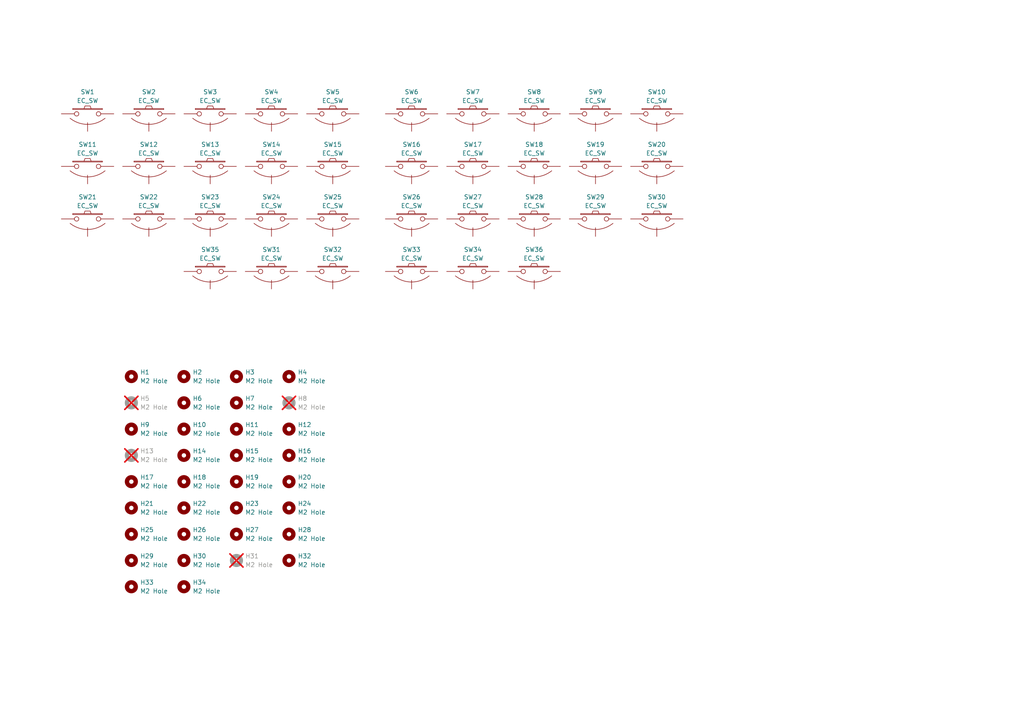
<source format=kicad_sch>
(kicad_sch (version 20230121) (generator eeschema)
  (paper "A4")
  (title_block (title "Le Capybara") (date "2023-07-08") (rev "0.2") (company "sporkus"))
  (lib_symbols
    (symbol "Mechanical:MountingHole" (pin_names (offset 1.016))
      (property "Reference" "H" (at 0 5.08 0))
      (property "Value" "MountingHole" (at 0 3.175 0))
      (symbol "MountingHole_0_1"
        (circle (center 0 0) (radius 1.27) (stroke (width 1.27)))
      )
    )
    (symbol "cipulot_parts:EC_SW" (pin_numbers hide) (pin_names (offset 1.016) hide)
      (property "Reference" "SW" (at 3.81 2.794 0))
      (property "Value" "EC_SW" (at -3.81 3.81 0))
      (symbol "EC_SW_0_1"
        (arc (start -5.08 -1.27) (mid 0 -3.052) (end 5.08 -1.27))
        (rectangle (start -4.318 1.27) (end 4.318 1.524))
        (polyline (pts (xy -1.016 1.524) (xy -0.762 2.286) (xy 0.762 2.286) (xy 1.016 1.524)))
        (pin passive inverted (at -7.62 0 0) (length 5.08) (name "1") (number "1"))
        (pin passive inverted (at 7.62 0 180) (length 5.08) (name "2") (number "2"))
      )
      (symbol "EC_SW_1_1"
        (pin input line (at 0 -5.08 90) (length 2.54) (name "SG") (number "3"))
      )
    )
  )
  (symbol (lib_id "Mechanical:MountingHole") (at 53.34 154.94 0) (unit 1)
    (property "Reference" "H26" (at 55.88 153.67 0) (effects (justify left)))
    (property "Value" "M2 Hole" (at 55.88 156.21 0) (effects (justify left)))
    (property "Footprint" "capacitive_sensors:MountingHole_2.2mm_M2" (effects hide))
  )
  (symbol (lib_id "Mechanical:MountingHole") (at 83.82 154.94 0) (unit 1)
    (property "Reference" "H28" (at 86.36 153.67 0) (effects (justify left)))
    (property "Value" "M2 Hole" (at 86.36 156.21 0) (effects (justify left)))
    (property "Footprint" "capacitive_sensors:MountingHole_2.2mm_M2" (effects hide))
  )
  (symbol (lib_id "Mechanical:MountingHole") (at 68.58 139.7 0) (unit 1)
    (property "Reference" "H19" (at 71.12 138.43 0) (effects (justify left)))
    (property "Value" "M2 Hole" (at 71.12 140.97 0) (effects (justify left)))
    (property "Footprint" "capacitive_sensors:MountingHole_2.2mm_M2" (effects hide))
  )
  (symbol (lib_id "Mechanical:MountingHole") (at 68.58 132.08 0) (unit 1)
    (property "Reference" "H15" (at 71.12 130.81 0) (effects (justify left)))
    (property "Value" "M2 Hole" (at 71.12 133.35 0) (effects (justify left)))
    (property "Footprint" "capacitive_sensors:MountingHole_2.2mm_M2" (effects hide))
  )
  (symbol (lib_id "Mechanical:MountingHole") (at 53.34 132.08 0) (unit 1)
    (property "Reference" "H14" (at 55.88 130.81 0) (effects (justify left)))
    (property "Value" "M2 Hole" (at 55.88 133.35 0) (effects (justify left)))
    (property "Footprint" "capacitive_sensors:MountingHole_2.2mm_M2" (effects hide))
  )
  (symbol (lib_id "Mechanical:MountingHole") (at 38.1 116.84 0) (unit 1) (on_board no) (dnp yes)
    (property "Reference" "H5" (at 40.64 115.57 0) (effects (justify left)))
    (property "Value" "M2 Hole" (at 40.64 118.11 0) (effects (justify left)))
    (property "Footprint" "capacitive_sensors:MountingHole_2.2mm_M2" (effects hide))
  )
  (symbol (lib_id "cipulot_parts:EC_SW") (at 25.4 48.26 0) (mirror y) (unit 1) (in_bom no)
    (property "Reference" "SW11" (at 25.4 41.91 0))
    (property "Value" "EC_SW" (at 25.4 44.45 0))
    (property "Footprint" "capacitive_sensors:plate_cut_1U_topre" (effects hide))
  )
  (symbol (lib_id "Mechanical:MountingHole") (at 53.34 109.22 0) (unit 1)
    (property "Reference" "H2" (at 55.88 107.95 0) (effects (justify left)))
    (property "Value" "M2 Hole" (at 55.88 110.49 0) (effects (justify left)))
    (property "Footprint" "capacitive_sensors:MountingHole_2.2mm_M2" (effects hide))
  )
  (symbol (lib_id "cipulot_parts:EC_SW") (at 96.52 48.26 0) (mirror y) (unit 1) (in_bom no)
    (property "Reference" "SW15" (at 96.52 41.91 0))
    (property "Value" "EC_SW" (at 96.52 44.45 0))
    (property "Footprint" "capacitive_sensors:plate_cut_1U_topre" (effects hide))
  )
  (symbol (lib_id "cipulot_parts:EC_SW") (at 172.72 63.5 0) (mirror y) (unit 1) (in_bom no)
    (property "Reference" "SW29" (at 172.72 57.15 0))
    (property "Value" "EC_SW" (at 172.72 59.69 0))
    (property "Footprint" "capacitive_sensors:plate_cut_1U_topre" (effects hide))
  )
  (symbol (lib_id "Mechanical:MountingHole") (at 83.82 147.32 0) (unit 1)
    (property "Reference" "H24" (at 86.36 146.05 0) (effects (justify left)))
    (property "Value" "M2 Hole" (at 86.36 148.59 0) (effects (justify left)))
    (property "Footprint" "capacitive_sensors:MountingHole_2.2mm_M2" (effects hide))
  )
  (symbol (lib_id "Mechanical:MountingHole") (at 68.58 116.84 0) (unit 1)
    (property "Reference" "H7" (at 71.12 115.57 0) (effects (justify left)))
    (property "Value" "M2 Hole" (at 71.12 118.11 0) (effects (justify left)))
    (property "Footprint" "capacitive_sensors:MountingHole_2.2mm_M2" (effects hide))
  )
  (symbol (lib_id "Mechanical:MountingHole") (at 53.34 124.46 0) (unit 1)
    (property "Reference" "H10" (at 55.88 123.19 0) (effects (justify left)))
    (property "Value" "M2 Hole" (at 55.88 125.73 0) (effects (justify left)))
    (property "Footprint" "capacitive_sensors:MountingHole_2.2mm_M2" (effects hide))
  )
  (symbol (lib_id "cipulot_parts:EC_SW") (at 154.94 63.5 0) (mirror y) (unit 1) (in_bom no)
    (property "Reference" "SW28" (at 154.94 57.15 0))
    (property "Value" "EC_SW" (at 154.94 59.69 0))
    (property "Footprint" "capacitive_sensors:plate_cut_1U_topre" (effects hide))
  )
  (symbol (lib_id "cipulot_parts:EC_SW") (at 60.96 63.5 0) (mirror y) (unit 1) (in_bom no)
    (property "Reference" "SW23" (at 60.96 57.15 0))
    (property "Value" "EC_SW" (at 60.96 59.69 0))
    (property "Footprint" "capacitive_sensors:plate_cut_1U_topre" (effects hide))
  )
  (symbol (lib_id "cipulot_parts:EC_SW") (at 119.38 78.74 0) (mirror y) (unit 1) (in_bom no)
    (property "Reference" "SW33" (at 119.38 72.39 0))
    (property "Value" "EC_SW" (at 119.38 74.93 0))
    (property "Footprint" "capacitive_sensors:plate_cut_1U_topre" (effects hide))
  )
  (symbol (lib_id "cipulot_parts:EC_SW") (at 154.94 78.74 0) (mirror y) (unit 1) (in_bom no)
    (property "Reference" "SW36" (at 154.94 72.39 0))
    (property "Value" "EC_SW" (at 154.94 74.93 0))
    (property "Footprint" "capacitive_sensors:plate_cut_1U_topre" (effects hide))
  )
  (symbol (lib_id "cipulot_parts:EC_SW") (at 119.38 63.5 0) (mirror y) (unit 1) (in_bom no)
    (property "Reference" "SW26" (at 119.38 57.15 0))
    (property "Value" "EC_SW" (at 119.38 59.69 0))
    (property "Footprint" "capacitive_sensors:plate_cut_1U_topre" (effects hide))
  )
  (symbol (lib_id "cipulot_parts:EC_SW") (at 78.74 78.74 0) (mirror y) (unit 1) (in_bom no)
    (property "Reference" "SW31" (at 78.74 72.39 0))
    (property "Value" "EC_SW" (at 78.74 74.93 0))
    (property "Footprint" "capacitive_sensors:plate_cut_1U_topre" (effects hide))
  )
  (symbol (lib_id "cipulot_parts:EC_SW") (at 60.96 48.26 0) (mirror y) (unit 1) (in_bom no)
    (property "Reference" "SW13" (at 60.96 41.91 0))
    (property "Value" "EC_SW" (at 60.96 44.45 0))
    (property "Footprint" "capacitive_sensors:plate_cut_1U_topre" (effects hide))
  )
  (symbol (lib_id "Mechanical:MountingHole") (at 53.34 162.56 0) (unit 1)
    (property "Reference" "H30" (at 55.88 161.29 0) (effects (justify left)))
    (property "Value" "M2 Hole" (at 55.88 163.83 0) (effects (justify left)))
    (property "Footprint" "capacitive_sensors:MountingHole_2.2mm_M2" (effects hide))
  )
  (symbol (lib_id "cipulot_parts:EC_SW") (at 43.18 63.5 0) (mirror y) (unit 1) (in_bom no)
    (property "Reference" "SW22" (at 43.18 57.15 0))
    (property "Value" "EC_SW" (at 43.18 59.69 0))
    (property "Footprint" "capacitive_sensors:plate_cut_1U_topre" (effects hide))
  )
  (symbol (lib_id "Mechanical:MountingHole") (at 83.82 109.22 0) (unit 1)
    (property "Reference" "H4" (at 86.36 107.95 0) (effects (justify left)))
    (property "Value" "M2 Hole" (at 86.36 110.49 0) (effects (justify left)))
    (property "Footprint" "capacitive_sensors:MountingHole_2.2mm_M2" (effects hide))
  )
  (symbol (lib_id "Mechanical:MountingHole") (at 53.34 147.32 0) (unit 1)
    (property "Reference" "H22" (at 55.88 146.05 0) (effects (justify left)))
    (property "Value" "M2 Hole" (at 55.88 148.59 0) (effects (justify left)))
    (property "Footprint" "capacitive_sensors:MountingHole_2.2mm_M2" (effects hide))
  )
  (symbol (lib_id "Mechanical:MountingHole") (at 53.34 170.18 0) (unit 1)
    (property "Reference" "H34" (at 55.88 168.91 0) (effects (justify left)))
    (property "Value" "M2 Hole" (at 55.88 171.45 0) (effects (justify left)))
    (property "Footprint" "capacitive_sensors:MountingHole_2.2mm_M2" (effects hide))
  )
  (symbol (lib_id "cipulot_parts:EC_SW") (at 119.38 33.02 0) (mirror y) (unit 1) (in_bom no)
    (property "Reference" "SW6" (at 119.38 26.67 0))
    (property "Value" "EC_SW" (at 119.38 29.21 0))
    (property "Footprint" "capacitive_sensors:plate_cut_1U_topre" (effects hide))
  )
  (symbol (lib_id "Mechanical:MountingHole") (at 83.82 124.46 0) (unit 1)
    (property "Reference" "H12" (at 86.36 123.19 0) (effects (justify left)))
    (property "Value" "M2 Hole" (at 86.36 125.73 0) (effects (justify left)))
    (property "Footprint" "capacitive_sensors:MountingHole_2.2mm_M2" (effects hide))
  )
  (symbol (lib_id "cipulot_parts:EC_SW") (at 172.72 48.26 0) (mirror y) (unit 1) (in_bom no)
    (property "Reference" "SW19" (at 172.72 41.91 0))
    (property "Value" "EC_SW" (at 172.72 44.45 0))
    (property "Footprint" "capacitive_sensors:plate_cut_1U_topre" (effects hide))
  )
  (symbol (lib_id "cipulot_parts:EC_SW") (at 78.74 63.5 0) (mirror y) (unit 1) (in_bom no)
    (property "Reference" "SW24" (at 78.74 57.15 0))
    (property "Value" "EC_SW" (at 78.74 59.69 0))
    (property "Footprint" "capacitive_sensors:plate_cut_1U_topre" (effects hide))
  )
  (symbol (lib_id "Mechanical:MountingHole") (at 68.58 147.32 0) (unit 1)
    (property "Reference" "H23" (at 71.12 146.05 0) (effects (justify left)))
    (property "Value" "M2 Hole" (at 71.12 148.59 0) (effects (justify left)))
    (property "Footprint" "capacitive_sensors:MountingHole_2.2mm_M2" (effects hide))
  )
  (symbol (lib_id "cipulot_parts:EC_SW") (at 25.4 33.02 0) (mirror y) (unit 1) (in_bom no)
    (property "Reference" "SW1" (at 25.4 26.67 0))
    (property "Value" "EC_SW" (at 25.4 29.21 0))
    (property "Footprint" "capacitive_sensors:plate_cut_1U_topre" (effects hide))
  )
  (symbol (lib_id "cipulot_parts:EC_SW") (at 190.5 48.26 0) (mirror y) (unit 1) (in_bom no)
    (property "Reference" "SW20" (at 190.5 41.91 0))
    (property "Value" "EC_SW" (at 190.5 44.45 0))
    (property "Footprint" "capacitive_sensors:plate_cut_1U_topre" (effects hide))
  )
  (symbol (lib_id "Mechanical:MountingHole") (at 68.58 124.46 0) (unit 1)
    (property "Reference" "H11" (at 71.12 123.19 0) (effects (justify left)))
    (property "Value" "M2 Hole" (at 71.12 125.73 0) (effects (justify left)))
    (property "Footprint" "capacitive_sensors:MountingHole_2.2mm_M2" (effects hide))
  )
  (symbol (lib_id "cipulot_parts:EC_SW") (at 137.16 48.26 0) (mirror y) (unit 1) (in_bom no)
    (property "Reference" "SW17" (at 137.16 41.91 0))
    (property "Value" "EC_SW" (at 137.16 44.45 0))
    (property "Footprint" "capacitive_sensors:plate_cut_1U_topre" (effects hide))
  )
  (symbol (lib_id "Mechanical:MountingHole") (at 53.34 139.7 0) (unit 1)
    (property "Reference" "H18" (at 55.88 138.43 0) (effects (justify left)))
    (property "Value" "M2 Hole" (at 55.88 140.97 0) (effects (justify left)))
    (property "Footprint" "capacitive_sensors:MountingHole_2.2mm_M2" (effects hide))
  )
  (symbol (lib_id "cipulot_parts:EC_SW") (at 78.74 33.02 0) (mirror y) (unit 1) (in_bom no)
    (property "Reference" "SW4" (at 78.74 26.67 0))
    (property "Value" "EC_SW" (at 78.74 29.21 0))
    (property "Footprint" "capacitive_sensors:plate_cut_1U_topre" (effects hide))
  )
  (symbol (lib_id "cipulot_parts:EC_SW") (at 190.5 63.5 0) (mirror y) (unit 1) (in_bom no)
    (property "Reference" "SW30" (at 190.5 57.15 0))
    (property "Value" "EC_SW" (at 190.5 59.69 0))
    (property "Footprint" "capacitive_sensors:plate_cut_1U_topre" (effects hide))
  )
  (symbol (lib_id "Mechanical:MountingHole") (at 68.58 109.22 0) (unit 1)
    (property "Reference" "H3" (at 71.12 107.95 0) (effects (justify left)))
    (property "Value" "M2 Hole" (at 71.12 110.49 0) (effects (justify left)))
    (property "Footprint" "capacitive_sensors:MountingHole_2.2mm_M2" (effects hide))
  )
  (symbol (lib_id "Mechanical:MountingHole") (at 83.82 132.08 0) (unit 1)
    (property "Reference" "H16" (at 86.36 130.81 0) (effects (justify left)))
    (property "Value" "M2 Hole" (at 86.36 133.35 0) (effects (justify left)))
    (property "Footprint" "capacitive_sensors:MountingHole_2.2mm_M2" (effects hide))
  )
  (symbol (lib_id "cipulot_parts:EC_SW") (at 78.74 48.26 0) (mirror y) (unit 1) (in_bom no)
    (property "Reference" "SW14" (at 78.74 41.91 0))
    (property "Value" "EC_SW" (at 78.74 44.45 0))
    (property "Footprint" "capacitive_sensors:plate_cut_1U_topre" (effects hide))
  )
  (symbol (lib_id "cipulot_parts:EC_SW") (at 154.94 33.02 0) (mirror y) (unit 1) (in_bom no)
    (property "Reference" "SW8" (at 154.94 26.67 0))
    (property "Value" "EC_SW" (at 154.94 29.21 0))
    (property "Footprint" "capacitive_sensors:plate_cut_1U_topre" (effects hide))
  )
  (symbol (lib_id "cipulot_parts:EC_SW") (at 96.52 63.5 0) (mirror y) (unit 1) (in_bom no)
    (property "Reference" "SW25" (at 96.52 57.15 0))
    (property "Value" "EC_SW" (at 96.52 59.69 0))
    (property "Footprint" "capacitive_sensors:plate_cut_1U_topre" (effects hide))
  )
  (symbol (lib_id "Mechanical:MountingHole") (at 38.1 147.32 0) (unit 1)
    (property "Reference" "H21" (at 40.64 146.05 0) (effects (justify left)))
    (property "Value" "M2 Hole" (at 40.64 148.59 0) (effects (justify left)))
    (property "Footprint" "capacitive_sensors:MountingHole_2.2mm_M2" (effects hide))
  )
  (symbol (lib_id "Mechanical:MountingHole") (at 83.82 162.56 0) (unit 1)
    (property "Reference" "H32" (at 86.36 161.29 0) (effects (justify left)))
    (property "Value" "M2 Hole" (at 86.36 163.83 0) (effects (justify left)))
    (property "Footprint" "capacitive_sensors:MountingHole_2.2mm_M2" (effects hide))
  )
  (symbol (lib_id "Mechanical:MountingHole") (at 53.34 116.84 0) (unit 1)
    (property "Reference" "H6" (at 55.88 115.57 0) (effects (justify left)))
    (property "Value" "M2 Hole" (at 55.88 118.11 0) (effects (justify left)))
    (property "Footprint" "capacitive_sensors:MountingHole_2.2mm_M2" (effects hide))
  )
  (symbol (lib_id "cipulot_parts:EC_SW") (at 96.52 78.74 0) (mirror y) (unit 1) (in_bom no)
    (property "Reference" "SW32" (at 96.52 72.39 0))
    (property "Value" "EC_SW" (at 96.52 74.93 0))
    (property "Footprint" "capacitive_sensors:plate_cut_1U_topre" (effects hide))
  )
  (symbol (lib_id "cipulot_parts:EC_SW") (at 96.52 33.02 0) (mirror y) (unit 1) (in_bom no)
    (property "Reference" "SW5" (at 96.52 26.67 0))
    (property "Value" "EC_SW" (at 96.52 29.21 0))
    (property "Footprint" "capacitive_sensors:plate_cut_1U_topre" (effects hide))
  )
  (symbol (lib_id "Mechanical:MountingHole") (at 83.82 116.84 0) (unit 1) (on_board no) (dnp yes)
    (property "Reference" "H8" (at 86.36 115.57 0) (effects (justify left)))
    (property "Value" "M2 Hole" (at 86.36 118.11 0) (effects (justify left)))
    (property "Footprint" "capacitive_sensors:MountingHole_2.2mm_M2" (effects hide))
  )
  (symbol (lib_id "cipulot_parts:EC_SW") (at 60.96 78.74 0) (mirror y) (unit 1) (in_bom no)
    (property "Reference" "SW35" (at 60.96 72.39 0))
    (property "Value" "EC_SW" (at 60.96 74.93 0))
    (property "Footprint" "capacitive_sensors:plate_cut_1U_topre" (effects hide))
  )
  (symbol (lib_id "Mechanical:MountingHole") (at 38.1 109.22 0) (unit 1)
    (property "Reference" "H1" (at 40.64 107.95 0) (effects (justify left)))
    (property "Value" "M2 Hole" (at 40.64 110.49 0) (effects (justify left)))
    (property "Footprint" "capacitive_sensors:MountingHole_2.2mm_M2" (effects hide))
  )
  (symbol (lib_id "cipulot_parts:EC_SW") (at 137.16 33.02 0) (mirror y) (unit 1) (in_bom no)
    (property "Reference" "SW7" (at 137.16 26.67 0))
    (property "Value" "EC_SW" (at 137.16 29.21 0))
    (property "Footprint" "capacitive_sensors:plate_cut_1U_topre" (effects hide))
  )
  (symbol (lib_id "cipulot_parts:EC_SW") (at 60.96 33.02 0) (mirror y) (unit 1) (in_bom no)
    (property "Reference" "SW3" (at 60.96 26.67 0))
    (property "Value" "EC_SW" (at 60.96 29.21 0))
    (property "Footprint" "capacitive_sensors:plate_cut_1U_topre" (effects hide))
  )
  (symbol (lib_id "cipulot_parts:EC_SW") (at 137.16 78.74 0) (mirror y) (unit 1) (in_bom no)
    (property "Reference" "SW34" (at 137.16 72.39 0))
    (property "Value" "EC_SW" (at 137.16 74.93 0))
    (property "Footprint" "capacitive_sensors:plate_cut_1U_topre" (effects hide))
  )
  (symbol (lib_id "Mechanical:MountingHole") (at 38.1 170.18 0) (unit 1)
    (property "Reference" "H33" (at 40.64 168.91 0) (effects (justify left)))
    (property "Value" "M2 Hole" (at 40.64 171.45 0) (effects (justify left)))
    (property "Footprint" "capacitive_sensors:MountingHole_2.2mm_M2" (effects hide))
  )
  (symbol (lib_id "Mechanical:MountingHole") (at 83.82 139.7 0) (unit 1)
    (property "Reference" "H20" (at 86.36 138.43 0) (effects (justify left)))
    (property "Value" "M2 Hole" (at 86.36 140.97 0) (effects (justify left)))
    (property "Footprint" "capacitive_sensors:MountingHole_2.2mm_M2" (effects hide))
  )
  (symbol (lib_id "cipulot_parts:EC_SW") (at 43.18 48.26 0) (mirror y) (unit 1) (in_bom no)
    (property "Reference" "SW12" (at 43.18 41.91 0))
    (property "Value" "EC_SW" (at 43.18 44.45 0))
    (property "Footprint" "capacitive_sensors:plate_cut_1U_topre" (effects hide))
  )
  (symbol (lib_id "Mechanical:MountingHole") (at 68.58 154.94 0) (unit 1)
    (property "Reference" "H27" (at 71.12 153.67 0) (effects (justify left)))
    (property "Value" "M2 Hole" (at 71.12 156.21 0) (effects (justify left)))
    (property "Footprint" "capacitive_sensors:MountingHole_2.2mm_M2" (effects hide))
  )
  (symbol (lib_id "Mechanical:MountingHole") (at 38.1 124.46 0) (unit 1)
    (property "Reference" "H9" (at 40.64 123.19 0) (effects (justify left)))
    (property "Value" "M2 Hole" (at 40.64 125.73 0) (effects (justify left)))
    (property "Footprint" "capacitive_sensors:MountingHole_2.2mm_M2" (effects hide))
  )
  (symbol (lib_id "cipulot_parts:EC_SW") (at 154.94 48.26 0) (mirror y) (unit 1) (in_bom no)
    (property "Reference" "SW18" (at 154.94 41.91 0))
    (property "Value" "EC_SW" (at 154.94 44.45 0))
    (property "Footprint" "capacitive_sensors:plate_cut_1U_topre" (effects hide))
  )
  (symbol (lib_id "Mechanical:MountingHole") (at 38.1 132.08 0) (unit 1) (on_board no) (dnp yes)
    (property "Reference" "H13" (at 40.64 130.81 0) (effects (justify left)))
    (property "Value" "M2 Hole" (at 40.64 133.35 0) (effects (justify left)))
    (property "Footprint" "capacitive_sensors:MountingHole_2.2mm_M2" (effects hide))
  )
  (symbol (lib_id "cipulot_parts:EC_SW") (at 119.38 48.26 0) (mirror y) (unit 1) (in_bom no)
    (property "Reference" "SW16" (at 119.38 41.91 0))
    (property "Value" "EC_SW" (at 119.38 44.45 0))
    (property "Footprint" "capacitive_sensors:plate_cut_1U_topre" (effects hide))
  )
  (symbol (lib_id "cipulot_parts:EC_SW") (at 137.16 63.5 0) (mirror y) (unit 1) (in_bom no)
    (property "Reference" "SW27" (at 137.16 57.15 0))
    (property "Value" "EC_SW" (at 137.16 59.69 0))
    (property "Footprint" "capacitive_sensors:plate_cut_1U_topre" (effects hide))
  )
  (symbol (lib_id "cipulot_parts:EC_SW") (at 43.18 33.02 0) (mirror y) (unit 1) (in_bom no)
    (property "Reference" "SW2" (at 43.18 26.67 0))
    (property "Value" "EC_SW" (at 43.18 29.21 0))
    (property "Footprint" "capacitive_sensors:plate_cut_1U_topre" (effects hide))
  )
  (symbol (lib_id "Mechanical:MountingHole") (at 38.1 162.56 0) (unit 1)
    (property "Reference" "H29" (at 40.64 161.29 0) (effects (justify left)))
    (property "Value" "M2 Hole" (at 40.64 163.83 0) (effects (justify left)))
    (property "Footprint" "capacitive_sensors:MountingHole_2.2mm_M2" (effects hide))
  )
  (symbol (lib_id "cipulot_parts:EC_SW") (at 190.5 33.02 0) (mirror y) (unit 1) (in_bom no)
    (property "Reference" "SW10" (at 190.5 26.67 0))
    (property "Value" "EC_SW" (at 190.5 29.21 0))
    (property "Footprint" "capacitive_sensors:plate_cut_1U_topre" (effects hide))
  )
  (symbol (lib_id "Mechanical:MountingHole") (at 38.1 154.94 0) (unit 1)
    (property "Reference" "H25" (at 40.64 153.67 0) (effects (justify left)))
    (property "Value" "M2 Hole" (at 40.64 156.21 0) (effects (justify left)))
    (property "Footprint" "capacitive_sensors:MountingHole_2.2mm_M2" (effects hide))
  )
  (symbol (lib_id "Mechanical:MountingHole") (at 38.1 139.7 0) (unit 1)
    (property "Reference" "H17" (at 40.64 138.43 0) (effects (justify left)))
    (property "Value" "M2 Hole" (at 40.64 140.97 0) (effects (justify left)))
    (property "Footprint" "capacitive_sensors:MountingHole_2.2mm_M2" (effects hide))
  )
  (symbol (lib_id "cipulot_parts:EC_SW") (at 25.4 63.5 0) (mirror y) (unit 1) (in_bom no)
    (property "Reference" "SW21" (at 25.4 57.15 0))
    (property "Value" "EC_SW" (at 25.4 59.69 0))
    (property "Footprint" "capacitive_sensors:plate_cut_1U_topre" (effects hide))
  )
  (symbol (lib_id "cipulot_parts:EC_SW") (at 172.72 33.02 0) (mirror y) (unit 1) (in_bom no)
    (property "Reference" "SW9" (at 172.72 26.67 0))
    (property "Value" "EC_SW" (at 172.72 29.21 0))
    (property "Footprint" "capacitive_sensors:plate_cut_1U_topre" (effects hide))
  )
  (symbol (lib_id "Mechanical:MountingHole") (at 68.58 162.56 0) (unit 1) (on_board no) (dnp yes)
    (property "Reference" "H31" (at 71.12 161.29 0) (effects (justify left)))
    (property "Value" "M2 Hole" (at 71.12 163.83 0) (effects (justify left)))
    (property "Footprint" "capacitive_sensors:MountingHole_2.2mm_M2" (effects hide))
  )
)
</source>
